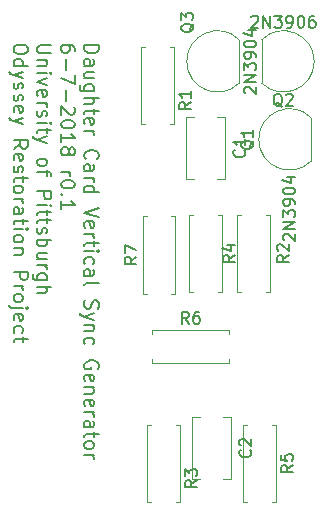
<source format=gbr>
G04 #@! TF.GenerationSoftware,KiCad,Pcbnew,(2017-12-21 revision 23d71cfa9)-makepkg*
G04 #@! TF.CreationDate,2018-06-24T12:36:33-04:00*
G04 #@! TF.ProjectId,OdysseyDaughterCardVertSyncGenerator,4F647973736579446175676874657243,0.1*
G04 #@! TF.SameCoordinates,Original*
G04 #@! TF.FileFunction,Legend,Top*
G04 #@! TF.FilePolarity,Positive*
%FSLAX46Y46*%
G04 Gerber Fmt 4.6, Leading zero omitted, Abs format (unit mm)*
G04 Created by KiCad (PCBNEW (2017-12-21 revision 23d71cfa9)-makepkg) date 06/24/18 12:36:33*
%MOMM*%
%LPD*%
G01*
G04 APERTURE LIST*
%ADD10C,0.200000*%
%ADD11C,0.120000*%
%ADD12C,0.150000*%
G04 APERTURE END LIST*
D10*
X131489142Y-80679714D02*
X132689142Y-80679714D01*
X132689142Y-80965428D01*
X132632000Y-81136857D01*
X132517714Y-81251142D01*
X132403428Y-81308285D01*
X132174857Y-81365428D01*
X132003428Y-81365428D01*
X131774857Y-81308285D01*
X131660571Y-81251142D01*
X131546285Y-81136857D01*
X131489142Y-80965428D01*
X131489142Y-80679714D01*
X131489142Y-82394000D02*
X132117714Y-82394000D01*
X132232000Y-82336857D01*
X132289142Y-82222571D01*
X132289142Y-81994000D01*
X132232000Y-81879714D01*
X131546285Y-82394000D02*
X131489142Y-82279714D01*
X131489142Y-81994000D01*
X131546285Y-81879714D01*
X131660571Y-81822571D01*
X131774857Y-81822571D01*
X131889142Y-81879714D01*
X131946285Y-81994000D01*
X131946285Y-82279714D01*
X132003428Y-82394000D01*
X132289142Y-83479714D02*
X131489142Y-83479714D01*
X132289142Y-82965428D02*
X131660571Y-82965428D01*
X131546285Y-83022571D01*
X131489142Y-83136857D01*
X131489142Y-83308285D01*
X131546285Y-83422571D01*
X131603428Y-83479714D01*
X132289142Y-84565428D02*
X131317714Y-84565428D01*
X131203428Y-84508285D01*
X131146285Y-84451142D01*
X131089142Y-84336857D01*
X131089142Y-84165428D01*
X131146285Y-84051142D01*
X131546285Y-84565428D02*
X131489142Y-84451142D01*
X131489142Y-84222571D01*
X131546285Y-84108285D01*
X131603428Y-84051142D01*
X131717714Y-83994000D01*
X132060571Y-83994000D01*
X132174857Y-84051142D01*
X132232000Y-84108285D01*
X132289142Y-84222571D01*
X132289142Y-84451142D01*
X132232000Y-84565428D01*
X131489142Y-85136857D02*
X132689142Y-85136857D01*
X131489142Y-85651142D02*
X132117714Y-85651142D01*
X132232000Y-85594000D01*
X132289142Y-85479714D01*
X132289142Y-85308285D01*
X132232000Y-85194000D01*
X132174857Y-85136857D01*
X132289142Y-86051142D02*
X132289142Y-86508285D01*
X132689142Y-86222571D02*
X131660571Y-86222571D01*
X131546285Y-86279714D01*
X131489142Y-86394000D01*
X131489142Y-86508285D01*
X131546285Y-87365428D02*
X131489142Y-87251142D01*
X131489142Y-87022571D01*
X131546285Y-86908285D01*
X131660571Y-86851142D01*
X132117714Y-86851142D01*
X132232000Y-86908285D01*
X132289142Y-87022571D01*
X132289142Y-87251142D01*
X132232000Y-87365428D01*
X132117714Y-87422571D01*
X132003428Y-87422571D01*
X131889142Y-86851142D01*
X131489142Y-87936857D02*
X132289142Y-87936857D01*
X132060571Y-87936857D02*
X132174857Y-87994000D01*
X132232000Y-88051142D01*
X132289142Y-88165428D01*
X132289142Y-88279714D01*
X131603428Y-90279714D02*
X131546285Y-90222571D01*
X131489142Y-90051142D01*
X131489142Y-89936857D01*
X131546285Y-89765428D01*
X131660571Y-89651142D01*
X131774857Y-89594000D01*
X132003428Y-89536857D01*
X132174857Y-89536857D01*
X132403428Y-89594000D01*
X132517714Y-89651142D01*
X132632000Y-89765428D01*
X132689142Y-89936857D01*
X132689142Y-90051142D01*
X132632000Y-90222571D01*
X132574857Y-90279714D01*
X131489142Y-91308285D02*
X132117714Y-91308285D01*
X132232000Y-91251142D01*
X132289142Y-91136857D01*
X132289142Y-90908285D01*
X132232000Y-90794000D01*
X131546285Y-91308285D02*
X131489142Y-91194000D01*
X131489142Y-90908285D01*
X131546285Y-90794000D01*
X131660571Y-90736857D01*
X131774857Y-90736857D01*
X131889142Y-90794000D01*
X131946285Y-90908285D01*
X131946285Y-91194000D01*
X132003428Y-91308285D01*
X131489142Y-91879714D02*
X132289142Y-91879714D01*
X132060571Y-91879714D02*
X132174857Y-91936857D01*
X132232000Y-91994000D01*
X132289142Y-92108285D01*
X132289142Y-92222571D01*
X131489142Y-93136857D02*
X132689142Y-93136857D01*
X131546285Y-93136857D02*
X131489142Y-93022571D01*
X131489142Y-92794000D01*
X131546285Y-92679714D01*
X131603428Y-92622571D01*
X131717714Y-92565428D01*
X132060571Y-92565428D01*
X132174857Y-92622571D01*
X132232000Y-92679714D01*
X132289142Y-92794000D01*
X132289142Y-93022571D01*
X132232000Y-93136857D01*
X132689142Y-94451142D02*
X131489142Y-94851142D01*
X132689142Y-95251142D01*
X131546285Y-96108285D02*
X131489142Y-95994000D01*
X131489142Y-95765428D01*
X131546285Y-95651142D01*
X131660571Y-95594000D01*
X132117714Y-95594000D01*
X132232000Y-95651142D01*
X132289142Y-95765428D01*
X132289142Y-95994000D01*
X132232000Y-96108285D01*
X132117714Y-96165428D01*
X132003428Y-96165428D01*
X131889142Y-95594000D01*
X131489142Y-96679714D02*
X132289142Y-96679714D01*
X132060571Y-96679714D02*
X132174857Y-96736857D01*
X132232000Y-96794000D01*
X132289142Y-96908285D01*
X132289142Y-97022571D01*
X132289142Y-97251142D02*
X132289142Y-97708285D01*
X132689142Y-97422571D02*
X131660571Y-97422571D01*
X131546285Y-97479714D01*
X131489142Y-97594000D01*
X131489142Y-97708285D01*
X131489142Y-98108285D02*
X132289142Y-98108285D01*
X132689142Y-98108285D02*
X132632000Y-98051142D01*
X132574857Y-98108285D01*
X132632000Y-98165428D01*
X132689142Y-98108285D01*
X132574857Y-98108285D01*
X131546285Y-99194000D02*
X131489142Y-99079714D01*
X131489142Y-98851142D01*
X131546285Y-98736857D01*
X131603428Y-98679714D01*
X131717714Y-98622571D01*
X132060571Y-98622571D01*
X132174857Y-98679714D01*
X132232000Y-98736857D01*
X132289142Y-98851142D01*
X132289142Y-99079714D01*
X132232000Y-99194000D01*
X131489142Y-100222571D02*
X132117714Y-100222571D01*
X132232000Y-100165428D01*
X132289142Y-100051142D01*
X132289142Y-99822571D01*
X132232000Y-99708285D01*
X131546285Y-100222571D02*
X131489142Y-100108285D01*
X131489142Y-99822571D01*
X131546285Y-99708285D01*
X131660571Y-99651142D01*
X131774857Y-99651142D01*
X131889142Y-99708285D01*
X131946285Y-99822571D01*
X131946285Y-100108285D01*
X132003428Y-100222571D01*
X131489142Y-100965428D02*
X131546285Y-100851142D01*
X131660571Y-100794000D01*
X132689142Y-100794000D01*
X131546285Y-102279714D02*
X131489142Y-102451142D01*
X131489142Y-102736857D01*
X131546285Y-102851142D01*
X131603428Y-102908285D01*
X131717714Y-102965428D01*
X131832000Y-102965428D01*
X131946285Y-102908285D01*
X132003428Y-102851142D01*
X132060571Y-102736857D01*
X132117714Y-102508285D01*
X132174857Y-102394000D01*
X132232000Y-102336857D01*
X132346285Y-102279714D01*
X132460571Y-102279714D01*
X132574857Y-102336857D01*
X132632000Y-102394000D01*
X132689142Y-102508285D01*
X132689142Y-102794000D01*
X132632000Y-102965428D01*
X132289142Y-103365428D02*
X131489142Y-103651142D01*
X132289142Y-103936857D02*
X131489142Y-103651142D01*
X131203428Y-103536857D01*
X131146285Y-103479714D01*
X131089142Y-103365428D01*
X132289142Y-104394000D02*
X131489142Y-104394000D01*
X132174857Y-104394000D02*
X132232000Y-104451142D01*
X132289142Y-104565428D01*
X132289142Y-104736857D01*
X132232000Y-104851142D01*
X132117714Y-104908285D01*
X131489142Y-104908285D01*
X131546285Y-105994000D02*
X131489142Y-105879714D01*
X131489142Y-105651142D01*
X131546285Y-105536857D01*
X131603428Y-105479714D01*
X131717714Y-105422571D01*
X132060571Y-105422571D01*
X132174857Y-105479714D01*
X132232000Y-105536857D01*
X132289142Y-105651142D01*
X132289142Y-105879714D01*
X132232000Y-105994000D01*
X132632000Y-108051142D02*
X132689142Y-107936857D01*
X132689142Y-107765428D01*
X132632000Y-107594000D01*
X132517714Y-107479714D01*
X132403428Y-107422571D01*
X132174857Y-107365428D01*
X132003428Y-107365428D01*
X131774857Y-107422571D01*
X131660571Y-107479714D01*
X131546285Y-107594000D01*
X131489142Y-107765428D01*
X131489142Y-107879714D01*
X131546285Y-108051142D01*
X131603428Y-108108285D01*
X132003428Y-108108285D01*
X132003428Y-107879714D01*
X131546285Y-109079714D02*
X131489142Y-108965428D01*
X131489142Y-108736857D01*
X131546285Y-108622571D01*
X131660571Y-108565428D01*
X132117714Y-108565428D01*
X132232000Y-108622571D01*
X132289142Y-108736857D01*
X132289142Y-108965428D01*
X132232000Y-109079714D01*
X132117714Y-109136857D01*
X132003428Y-109136857D01*
X131889142Y-108565428D01*
X132289142Y-109651142D02*
X131489142Y-109651142D01*
X132174857Y-109651142D02*
X132232000Y-109708285D01*
X132289142Y-109822571D01*
X132289142Y-109994000D01*
X132232000Y-110108285D01*
X132117714Y-110165428D01*
X131489142Y-110165428D01*
X131546285Y-111194000D02*
X131489142Y-111079714D01*
X131489142Y-110851142D01*
X131546285Y-110736857D01*
X131660571Y-110679714D01*
X132117714Y-110679714D01*
X132232000Y-110736857D01*
X132289142Y-110851142D01*
X132289142Y-111079714D01*
X132232000Y-111194000D01*
X132117714Y-111251142D01*
X132003428Y-111251142D01*
X131889142Y-110679714D01*
X131489142Y-111765428D02*
X132289142Y-111765428D01*
X132060571Y-111765428D02*
X132174857Y-111822571D01*
X132232000Y-111879714D01*
X132289142Y-111994000D01*
X132289142Y-112108285D01*
X131489142Y-113022571D02*
X132117714Y-113022571D01*
X132232000Y-112965428D01*
X132289142Y-112851142D01*
X132289142Y-112622571D01*
X132232000Y-112508285D01*
X131546285Y-113022571D02*
X131489142Y-112908285D01*
X131489142Y-112622571D01*
X131546285Y-112508285D01*
X131660571Y-112451142D01*
X131774857Y-112451142D01*
X131889142Y-112508285D01*
X131946285Y-112622571D01*
X131946285Y-112908285D01*
X132003428Y-113022571D01*
X132289142Y-113422571D02*
X132289142Y-113879714D01*
X132689142Y-113594000D02*
X131660571Y-113594000D01*
X131546285Y-113651142D01*
X131489142Y-113765428D01*
X131489142Y-113879714D01*
X131489142Y-114451142D02*
X131546285Y-114336857D01*
X131603428Y-114279714D01*
X131717714Y-114222571D01*
X132060571Y-114222571D01*
X132174857Y-114279714D01*
X132232000Y-114336857D01*
X132289142Y-114451142D01*
X132289142Y-114622571D01*
X132232000Y-114736857D01*
X132174857Y-114794000D01*
X132060571Y-114851142D01*
X131717714Y-114851142D01*
X131603428Y-114794000D01*
X131546285Y-114736857D01*
X131489142Y-114622571D01*
X131489142Y-114451142D01*
X131489142Y-115365428D02*
X132289142Y-115365428D01*
X132060571Y-115365428D02*
X132174857Y-115422571D01*
X132232000Y-115479714D01*
X132289142Y-115594000D01*
X132289142Y-115708285D01*
X130689142Y-81194000D02*
X130689142Y-80965428D01*
X130632000Y-80851142D01*
X130574857Y-80794000D01*
X130403428Y-80679714D01*
X130174857Y-80622571D01*
X129717714Y-80622571D01*
X129603428Y-80679714D01*
X129546285Y-80736857D01*
X129489142Y-80851142D01*
X129489142Y-81079714D01*
X129546285Y-81194000D01*
X129603428Y-81251142D01*
X129717714Y-81308285D01*
X130003428Y-81308285D01*
X130117714Y-81251142D01*
X130174857Y-81194000D01*
X130232000Y-81079714D01*
X130232000Y-80851142D01*
X130174857Y-80736857D01*
X130117714Y-80679714D01*
X130003428Y-80622571D01*
X129946285Y-81822571D02*
X129946285Y-82736857D01*
X130689142Y-83194000D02*
X130689142Y-83994000D01*
X129489142Y-83479714D01*
X129946285Y-84451142D02*
X129946285Y-85365428D01*
X130574857Y-85879714D02*
X130632000Y-85936857D01*
X130689142Y-86051142D01*
X130689142Y-86336857D01*
X130632000Y-86451142D01*
X130574857Y-86508285D01*
X130460571Y-86565428D01*
X130346285Y-86565428D01*
X130174857Y-86508285D01*
X129489142Y-85822571D01*
X129489142Y-86565428D01*
X130689142Y-87308285D02*
X130689142Y-87422571D01*
X130632000Y-87536857D01*
X130574857Y-87594000D01*
X130460571Y-87651142D01*
X130232000Y-87708285D01*
X129946285Y-87708285D01*
X129717714Y-87651142D01*
X129603428Y-87594000D01*
X129546285Y-87536857D01*
X129489142Y-87422571D01*
X129489142Y-87308285D01*
X129546285Y-87194000D01*
X129603428Y-87136857D01*
X129717714Y-87079714D01*
X129946285Y-87022571D01*
X130232000Y-87022571D01*
X130460571Y-87079714D01*
X130574857Y-87136857D01*
X130632000Y-87194000D01*
X130689142Y-87308285D01*
X129489142Y-88851142D02*
X129489142Y-88165428D01*
X129489142Y-88508285D02*
X130689142Y-88508285D01*
X130517714Y-88394000D01*
X130403428Y-88279714D01*
X130346285Y-88165428D01*
X130174857Y-89536857D02*
X130232000Y-89422571D01*
X130289142Y-89365428D01*
X130403428Y-89308285D01*
X130460571Y-89308285D01*
X130574857Y-89365428D01*
X130632000Y-89422571D01*
X130689142Y-89536857D01*
X130689142Y-89765428D01*
X130632000Y-89879714D01*
X130574857Y-89936857D01*
X130460571Y-89994000D01*
X130403428Y-89994000D01*
X130289142Y-89936857D01*
X130232000Y-89879714D01*
X130174857Y-89765428D01*
X130174857Y-89536857D01*
X130117714Y-89422571D01*
X130060571Y-89365428D01*
X129946285Y-89308285D01*
X129717714Y-89308285D01*
X129603428Y-89365428D01*
X129546285Y-89422571D01*
X129489142Y-89536857D01*
X129489142Y-89765428D01*
X129546285Y-89879714D01*
X129603428Y-89936857D01*
X129717714Y-89994000D01*
X129946285Y-89994000D01*
X130060571Y-89936857D01*
X130117714Y-89879714D01*
X130174857Y-89765428D01*
X129489142Y-91422571D02*
X130289142Y-91422571D01*
X130060571Y-91422571D02*
X130174857Y-91479714D01*
X130232000Y-91536857D01*
X130289142Y-91651142D01*
X130289142Y-91765428D01*
X130689142Y-92394000D02*
X130689142Y-92508285D01*
X130632000Y-92622571D01*
X130574857Y-92679714D01*
X130460571Y-92736857D01*
X130232000Y-92794000D01*
X129946285Y-92794000D01*
X129717714Y-92736857D01*
X129603428Y-92679714D01*
X129546285Y-92622571D01*
X129489142Y-92508285D01*
X129489142Y-92394000D01*
X129546285Y-92279714D01*
X129603428Y-92222571D01*
X129717714Y-92165428D01*
X129946285Y-92108285D01*
X130232000Y-92108285D01*
X130460571Y-92165428D01*
X130574857Y-92222571D01*
X130632000Y-92279714D01*
X130689142Y-92394000D01*
X129603428Y-93308285D02*
X129546285Y-93365428D01*
X129489142Y-93308285D01*
X129546285Y-93251142D01*
X129603428Y-93308285D01*
X129489142Y-93308285D01*
X129489142Y-94508285D02*
X129489142Y-93822571D01*
X129489142Y-94165428D02*
X130689142Y-94165428D01*
X130517714Y-94051142D01*
X130403428Y-93936857D01*
X130346285Y-93822571D01*
X128689142Y-80679714D02*
X127717714Y-80679714D01*
X127603428Y-80736857D01*
X127546285Y-80794000D01*
X127489142Y-80908285D01*
X127489142Y-81136857D01*
X127546285Y-81251142D01*
X127603428Y-81308285D01*
X127717714Y-81365428D01*
X128689142Y-81365428D01*
X128289142Y-81936857D02*
X127489142Y-81936857D01*
X128174857Y-81936857D02*
X128232000Y-81994000D01*
X128289142Y-82108285D01*
X128289142Y-82279714D01*
X128232000Y-82394000D01*
X128117714Y-82451142D01*
X127489142Y-82451142D01*
X127489142Y-83022571D02*
X128289142Y-83022571D01*
X128689142Y-83022571D02*
X128632000Y-82965428D01*
X128574857Y-83022571D01*
X128632000Y-83079714D01*
X128689142Y-83022571D01*
X128574857Y-83022571D01*
X128289142Y-83479714D02*
X127489142Y-83765428D01*
X128289142Y-84051142D01*
X127546285Y-84965428D02*
X127489142Y-84851142D01*
X127489142Y-84622571D01*
X127546285Y-84508285D01*
X127660571Y-84451142D01*
X128117714Y-84451142D01*
X128232000Y-84508285D01*
X128289142Y-84622571D01*
X128289142Y-84851142D01*
X128232000Y-84965428D01*
X128117714Y-85022571D01*
X128003428Y-85022571D01*
X127889142Y-84451142D01*
X127489142Y-85536857D02*
X128289142Y-85536857D01*
X128060571Y-85536857D02*
X128174857Y-85594000D01*
X128232000Y-85651142D01*
X128289142Y-85765428D01*
X128289142Y-85879714D01*
X127546285Y-86222571D02*
X127489142Y-86336857D01*
X127489142Y-86565428D01*
X127546285Y-86679714D01*
X127660571Y-86736857D01*
X127717714Y-86736857D01*
X127832000Y-86679714D01*
X127889142Y-86565428D01*
X127889142Y-86394000D01*
X127946285Y-86279714D01*
X128060571Y-86222571D01*
X128117714Y-86222571D01*
X128232000Y-86279714D01*
X128289142Y-86394000D01*
X128289142Y-86565428D01*
X128232000Y-86679714D01*
X127489142Y-87251142D02*
X128289142Y-87251142D01*
X128689142Y-87251142D02*
X128632000Y-87194000D01*
X128574857Y-87251142D01*
X128632000Y-87308285D01*
X128689142Y-87251142D01*
X128574857Y-87251142D01*
X128289142Y-87651142D02*
X128289142Y-88108285D01*
X128689142Y-87822571D02*
X127660571Y-87822571D01*
X127546285Y-87879714D01*
X127489142Y-87994000D01*
X127489142Y-88108285D01*
X128289142Y-88394000D02*
X127489142Y-88679714D01*
X128289142Y-88965428D02*
X127489142Y-88679714D01*
X127203428Y-88565428D01*
X127146285Y-88508285D01*
X127089142Y-88394000D01*
X127489142Y-90508285D02*
X127546285Y-90394000D01*
X127603428Y-90336857D01*
X127717714Y-90279714D01*
X128060571Y-90279714D01*
X128174857Y-90336857D01*
X128232000Y-90394000D01*
X128289142Y-90508285D01*
X128289142Y-90679714D01*
X128232000Y-90794000D01*
X128174857Y-90851142D01*
X128060571Y-90908285D01*
X127717714Y-90908285D01*
X127603428Y-90851142D01*
X127546285Y-90794000D01*
X127489142Y-90679714D01*
X127489142Y-90508285D01*
X128289142Y-91251142D02*
X128289142Y-91708285D01*
X127489142Y-91422571D02*
X128517714Y-91422571D01*
X128632000Y-91479714D01*
X128689142Y-91594000D01*
X128689142Y-91708285D01*
X127489142Y-93022571D02*
X128689142Y-93022571D01*
X128689142Y-93479714D01*
X128632000Y-93594000D01*
X128574857Y-93651142D01*
X128460571Y-93708285D01*
X128289142Y-93708285D01*
X128174857Y-93651142D01*
X128117714Y-93594000D01*
X128060571Y-93479714D01*
X128060571Y-93022571D01*
X127489142Y-94222571D02*
X128289142Y-94222571D01*
X128689142Y-94222571D02*
X128632000Y-94165428D01*
X128574857Y-94222571D01*
X128632000Y-94279714D01*
X128689142Y-94222571D01*
X128574857Y-94222571D01*
X128289142Y-94622571D02*
X128289142Y-95079714D01*
X128689142Y-94794000D02*
X127660571Y-94794000D01*
X127546285Y-94851142D01*
X127489142Y-94965428D01*
X127489142Y-95079714D01*
X128289142Y-95308285D02*
X128289142Y-95765428D01*
X128689142Y-95479714D02*
X127660571Y-95479714D01*
X127546285Y-95536857D01*
X127489142Y-95651142D01*
X127489142Y-95765428D01*
X127546285Y-96108285D02*
X127489142Y-96222571D01*
X127489142Y-96451142D01*
X127546285Y-96565428D01*
X127660571Y-96622571D01*
X127717714Y-96622571D01*
X127832000Y-96565428D01*
X127889142Y-96451142D01*
X127889142Y-96279714D01*
X127946285Y-96165428D01*
X128060571Y-96108285D01*
X128117714Y-96108285D01*
X128232000Y-96165428D01*
X128289142Y-96279714D01*
X128289142Y-96451142D01*
X128232000Y-96565428D01*
X127489142Y-97136857D02*
X128689142Y-97136857D01*
X128232000Y-97136857D02*
X128289142Y-97251142D01*
X128289142Y-97479714D01*
X128232000Y-97594000D01*
X128174857Y-97651142D01*
X128060571Y-97708285D01*
X127717714Y-97708285D01*
X127603428Y-97651142D01*
X127546285Y-97594000D01*
X127489142Y-97479714D01*
X127489142Y-97251142D01*
X127546285Y-97136857D01*
X128289142Y-98736857D02*
X127489142Y-98736857D01*
X128289142Y-98222571D02*
X127660571Y-98222571D01*
X127546285Y-98279714D01*
X127489142Y-98394000D01*
X127489142Y-98565428D01*
X127546285Y-98679714D01*
X127603428Y-98736857D01*
X127489142Y-99308285D02*
X128289142Y-99308285D01*
X128060571Y-99308285D02*
X128174857Y-99365428D01*
X128232000Y-99422571D01*
X128289142Y-99536857D01*
X128289142Y-99651142D01*
X128289142Y-100565428D02*
X127317714Y-100565428D01*
X127203428Y-100508285D01*
X127146285Y-100451142D01*
X127089142Y-100336857D01*
X127089142Y-100165428D01*
X127146285Y-100051142D01*
X127546285Y-100565428D02*
X127489142Y-100451142D01*
X127489142Y-100222571D01*
X127546285Y-100108285D01*
X127603428Y-100051142D01*
X127717714Y-99994000D01*
X128060571Y-99994000D01*
X128174857Y-100051142D01*
X128232000Y-100108285D01*
X128289142Y-100222571D01*
X128289142Y-100451142D01*
X128232000Y-100565428D01*
X127489142Y-101136857D02*
X128689142Y-101136857D01*
X127489142Y-101651142D02*
X128117714Y-101651142D01*
X128232000Y-101594000D01*
X128289142Y-101479714D01*
X128289142Y-101308285D01*
X128232000Y-101194000D01*
X128174857Y-101136857D01*
X126689142Y-80908285D02*
X126689142Y-81136857D01*
X126632000Y-81251142D01*
X126517714Y-81365428D01*
X126289142Y-81422571D01*
X125889142Y-81422571D01*
X125660571Y-81365428D01*
X125546285Y-81251142D01*
X125489142Y-81136857D01*
X125489142Y-80908285D01*
X125546285Y-80794000D01*
X125660571Y-80679714D01*
X125889142Y-80622571D01*
X126289142Y-80622571D01*
X126517714Y-80679714D01*
X126632000Y-80794000D01*
X126689142Y-80908285D01*
X125489142Y-82451142D02*
X126689142Y-82451142D01*
X125546285Y-82451142D02*
X125489142Y-82336857D01*
X125489142Y-82108285D01*
X125546285Y-81994000D01*
X125603428Y-81936857D01*
X125717714Y-81879714D01*
X126060571Y-81879714D01*
X126174857Y-81936857D01*
X126232000Y-81994000D01*
X126289142Y-82108285D01*
X126289142Y-82336857D01*
X126232000Y-82451142D01*
X126289142Y-82908285D02*
X125489142Y-83194000D01*
X126289142Y-83479714D02*
X125489142Y-83194000D01*
X125203428Y-83079714D01*
X125146285Y-83022571D01*
X125089142Y-82908285D01*
X125546285Y-83879714D02*
X125489142Y-83994000D01*
X125489142Y-84222571D01*
X125546285Y-84336857D01*
X125660571Y-84394000D01*
X125717714Y-84394000D01*
X125832000Y-84336857D01*
X125889142Y-84222571D01*
X125889142Y-84051142D01*
X125946285Y-83936857D01*
X126060571Y-83879714D01*
X126117714Y-83879714D01*
X126232000Y-83936857D01*
X126289142Y-84051142D01*
X126289142Y-84222571D01*
X126232000Y-84336857D01*
X125546285Y-84851142D02*
X125489142Y-84965428D01*
X125489142Y-85194000D01*
X125546285Y-85308285D01*
X125660571Y-85365428D01*
X125717714Y-85365428D01*
X125832000Y-85308285D01*
X125889142Y-85194000D01*
X125889142Y-85022571D01*
X125946285Y-84908285D01*
X126060571Y-84851142D01*
X126117714Y-84851142D01*
X126232000Y-84908285D01*
X126289142Y-85022571D01*
X126289142Y-85194000D01*
X126232000Y-85308285D01*
X125546285Y-86336857D02*
X125489142Y-86222571D01*
X125489142Y-85994000D01*
X125546285Y-85879714D01*
X125660571Y-85822571D01*
X126117714Y-85822571D01*
X126232000Y-85879714D01*
X126289142Y-85994000D01*
X126289142Y-86222571D01*
X126232000Y-86336857D01*
X126117714Y-86394000D01*
X126003428Y-86394000D01*
X125889142Y-85822571D01*
X126289142Y-86794000D02*
X125489142Y-87079714D01*
X126289142Y-87365428D02*
X125489142Y-87079714D01*
X125203428Y-86965428D01*
X125146285Y-86908285D01*
X125089142Y-86794000D01*
X125489142Y-89422571D02*
X126060571Y-89022571D01*
X125489142Y-88736857D02*
X126689142Y-88736857D01*
X126689142Y-89194000D01*
X126632000Y-89308285D01*
X126574857Y-89365428D01*
X126460571Y-89422571D01*
X126289142Y-89422571D01*
X126174857Y-89365428D01*
X126117714Y-89308285D01*
X126060571Y-89194000D01*
X126060571Y-88736857D01*
X125546285Y-90394000D02*
X125489142Y-90279714D01*
X125489142Y-90051142D01*
X125546285Y-89936857D01*
X125660571Y-89879714D01*
X126117714Y-89879714D01*
X126232000Y-89936857D01*
X126289142Y-90051142D01*
X126289142Y-90279714D01*
X126232000Y-90394000D01*
X126117714Y-90451142D01*
X126003428Y-90451142D01*
X125889142Y-89879714D01*
X125546285Y-90908285D02*
X125489142Y-91022571D01*
X125489142Y-91251142D01*
X125546285Y-91365428D01*
X125660571Y-91422571D01*
X125717714Y-91422571D01*
X125832000Y-91365428D01*
X125889142Y-91251142D01*
X125889142Y-91079714D01*
X125946285Y-90965428D01*
X126060571Y-90908285D01*
X126117714Y-90908285D01*
X126232000Y-90965428D01*
X126289142Y-91079714D01*
X126289142Y-91251142D01*
X126232000Y-91365428D01*
X126289142Y-91765428D02*
X126289142Y-92222571D01*
X126689142Y-91936857D02*
X125660571Y-91936857D01*
X125546285Y-91994000D01*
X125489142Y-92108285D01*
X125489142Y-92222571D01*
X125489142Y-92794000D02*
X125546285Y-92679714D01*
X125603428Y-92622571D01*
X125717714Y-92565428D01*
X126060571Y-92565428D01*
X126174857Y-92622571D01*
X126232000Y-92679714D01*
X126289142Y-92794000D01*
X126289142Y-92965428D01*
X126232000Y-93079714D01*
X126174857Y-93136857D01*
X126060571Y-93194000D01*
X125717714Y-93194000D01*
X125603428Y-93136857D01*
X125546285Y-93079714D01*
X125489142Y-92965428D01*
X125489142Y-92794000D01*
X125489142Y-93708285D02*
X126289142Y-93708285D01*
X126060571Y-93708285D02*
X126174857Y-93765428D01*
X126232000Y-93822571D01*
X126289142Y-93936857D01*
X126289142Y-94051142D01*
X125489142Y-94965428D02*
X126117714Y-94965428D01*
X126232000Y-94908285D01*
X126289142Y-94794000D01*
X126289142Y-94565428D01*
X126232000Y-94451142D01*
X125546285Y-94965428D02*
X125489142Y-94851142D01*
X125489142Y-94565428D01*
X125546285Y-94451142D01*
X125660571Y-94394000D01*
X125774857Y-94394000D01*
X125889142Y-94451142D01*
X125946285Y-94565428D01*
X125946285Y-94851142D01*
X126003428Y-94965428D01*
X126289142Y-95365428D02*
X126289142Y-95822571D01*
X126689142Y-95536857D02*
X125660571Y-95536857D01*
X125546285Y-95594000D01*
X125489142Y-95708285D01*
X125489142Y-95822571D01*
X125489142Y-96222571D02*
X126289142Y-96222571D01*
X126689142Y-96222571D02*
X126632000Y-96165428D01*
X126574857Y-96222571D01*
X126632000Y-96279714D01*
X126689142Y-96222571D01*
X126574857Y-96222571D01*
X125489142Y-96965428D02*
X125546285Y-96851142D01*
X125603428Y-96794000D01*
X125717714Y-96736857D01*
X126060571Y-96736857D01*
X126174857Y-96794000D01*
X126232000Y-96851142D01*
X126289142Y-96965428D01*
X126289142Y-97136857D01*
X126232000Y-97251142D01*
X126174857Y-97308285D01*
X126060571Y-97365428D01*
X125717714Y-97365428D01*
X125603428Y-97308285D01*
X125546285Y-97251142D01*
X125489142Y-97136857D01*
X125489142Y-96965428D01*
X126289142Y-97879714D02*
X125489142Y-97879714D01*
X126174857Y-97879714D02*
X126232000Y-97936857D01*
X126289142Y-98051142D01*
X126289142Y-98222571D01*
X126232000Y-98336857D01*
X126117714Y-98394000D01*
X125489142Y-98394000D01*
X125489142Y-99879714D02*
X126689142Y-99879714D01*
X126689142Y-100336857D01*
X126632000Y-100451142D01*
X126574857Y-100508285D01*
X126460571Y-100565428D01*
X126289142Y-100565428D01*
X126174857Y-100508285D01*
X126117714Y-100451142D01*
X126060571Y-100336857D01*
X126060571Y-99879714D01*
X125489142Y-101079714D02*
X126289142Y-101079714D01*
X126060571Y-101079714D02*
X126174857Y-101136857D01*
X126232000Y-101194000D01*
X126289142Y-101308285D01*
X126289142Y-101422571D01*
X125489142Y-101994000D02*
X125546285Y-101879714D01*
X125603428Y-101822571D01*
X125717714Y-101765428D01*
X126060571Y-101765428D01*
X126174857Y-101822571D01*
X126232000Y-101879714D01*
X126289142Y-101994000D01*
X126289142Y-102165428D01*
X126232000Y-102279714D01*
X126174857Y-102336857D01*
X126060571Y-102394000D01*
X125717714Y-102394000D01*
X125603428Y-102336857D01*
X125546285Y-102279714D01*
X125489142Y-102165428D01*
X125489142Y-101994000D01*
X126289142Y-102908285D02*
X125260571Y-102908285D01*
X125146285Y-102851142D01*
X125089142Y-102736857D01*
X125089142Y-102679714D01*
X126689142Y-102908285D02*
X126632000Y-102851142D01*
X126574857Y-102908285D01*
X126632000Y-102965428D01*
X126689142Y-102908285D01*
X126574857Y-102908285D01*
X125546285Y-103936857D02*
X125489142Y-103822571D01*
X125489142Y-103594000D01*
X125546285Y-103479714D01*
X125660571Y-103422571D01*
X126117714Y-103422571D01*
X126232000Y-103479714D01*
X126289142Y-103594000D01*
X126289142Y-103822571D01*
X126232000Y-103936857D01*
X126117714Y-103994000D01*
X126003428Y-103994000D01*
X125889142Y-103422571D01*
X125546285Y-105022571D02*
X125489142Y-104908285D01*
X125489142Y-104679714D01*
X125546285Y-104565428D01*
X125603428Y-104508285D01*
X125717714Y-104451142D01*
X126060571Y-104451142D01*
X126174857Y-104508285D01*
X126232000Y-104565428D01*
X126289142Y-104679714D01*
X126289142Y-104908285D01*
X126232000Y-105022571D01*
X126289142Y-105365428D02*
X126289142Y-105822571D01*
X126689142Y-105536857D02*
X125660571Y-105536857D01*
X125546285Y-105594000D01*
X125489142Y-105708285D01*
X125489142Y-105822571D01*
D11*
X150694000Y-90446000D02*
X150694000Y-86846000D01*
X150682478Y-90484478D02*
G75*
G02X146244000Y-88646000I-1838478J1838478D01*
G01*
X150682478Y-86807522D02*
G75*
G03X146244000Y-88646000I-1838478J-1838478D01*
G01*
X146486000Y-80242000D02*
X146486000Y-83842000D01*
X146497522Y-80203522D02*
G75*
G02X150936000Y-82042000I1838478J-1838478D01*
G01*
X146497522Y-83880478D02*
G75*
G03X150936000Y-82042000I1838478J1838478D01*
G01*
X144586478Y-80203522D02*
G75*
G03X140148000Y-82042000I-1838478J-1838478D01*
G01*
X144586478Y-83880478D02*
G75*
G02X140148000Y-82042000I-1838478J1838478D01*
G01*
X144598000Y-83842000D02*
X144598000Y-80242000D01*
X138708000Y-80804000D02*
X139038000Y-80804000D01*
X139038000Y-80804000D02*
X139038000Y-87344000D01*
X139038000Y-87344000D02*
X138708000Y-87344000D01*
X136628000Y-80804000D02*
X136298000Y-80804000D01*
X136298000Y-80804000D02*
X136298000Y-87344000D01*
X136298000Y-87344000D02*
X136628000Y-87344000D01*
X142772000Y-95028000D02*
X143102000Y-95028000D01*
X143102000Y-95028000D02*
X143102000Y-101568000D01*
X143102000Y-101568000D02*
X142772000Y-101568000D01*
X140692000Y-95028000D02*
X140362000Y-95028000D01*
X140362000Y-95028000D02*
X140362000Y-101568000D01*
X140362000Y-101568000D02*
X140692000Y-101568000D01*
X136806000Y-119348000D02*
X137136000Y-119348000D01*
X136806000Y-112808000D02*
X136806000Y-119348000D01*
X137136000Y-112808000D02*
X136806000Y-112808000D01*
X139546000Y-119348000D02*
X139216000Y-119348000D01*
X139546000Y-112808000D02*
X139546000Y-119348000D01*
X139216000Y-112808000D02*
X139546000Y-112808000D01*
X147166000Y-95028000D02*
X146836000Y-95028000D01*
X147166000Y-101568000D02*
X147166000Y-95028000D01*
X146836000Y-101568000D02*
X147166000Y-101568000D01*
X144426000Y-95028000D02*
X144756000Y-95028000D01*
X144426000Y-101568000D02*
X144426000Y-95028000D01*
X144756000Y-101568000D02*
X144426000Y-101568000D01*
X147344000Y-112808000D02*
X147674000Y-112808000D01*
X147674000Y-112808000D02*
X147674000Y-119348000D01*
X147674000Y-119348000D02*
X147344000Y-119348000D01*
X145264000Y-112808000D02*
X144934000Y-112808000D01*
X144934000Y-112808000D02*
X144934000Y-119348000D01*
X144934000Y-119348000D02*
X145264000Y-119348000D01*
X137192000Y-105132000D02*
X137192000Y-104802000D01*
X137192000Y-104802000D02*
X143732000Y-104802000D01*
X143732000Y-104802000D02*
X143732000Y-105132000D01*
X137192000Y-107212000D02*
X137192000Y-107542000D01*
X137192000Y-107542000D02*
X143732000Y-107542000D01*
X143732000Y-107542000D02*
X143732000Y-107212000D01*
X139165000Y-95155000D02*
X138835000Y-95155000D01*
X139165000Y-101695000D02*
X139165000Y-95155000D01*
X138835000Y-101695000D02*
X139165000Y-101695000D01*
X136425000Y-95155000D02*
X136755000Y-95155000D01*
X136425000Y-101695000D02*
X136425000Y-95155000D01*
X136755000Y-101695000D02*
X136425000Y-101695000D01*
X143392000Y-86758000D02*
X143392000Y-91978000D01*
X140072000Y-86758000D02*
X140072000Y-91978000D01*
X143392000Y-86758000D02*
X142728000Y-86758000D01*
X140736000Y-86758000D02*
X140072000Y-86758000D01*
X143392000Y-91978000D02*
X142728000Y-91978000D01*
X140736000Y-91978000D02*
X140072000Y-91978000D01*
X141244000Y-117378000D02*
X140580000Y-117378000D01*
X143900000Y-117378000D02*
X143236000Y-117378000D01*
X141244000Y-112158000D02*
X140580000Y-112158000D01*
X143900000Y-112158000D02*
X143236000Y-112158000D01*
X140580000Y-112158000D02*
X140580000Y-117378000D01*
X143900000Y-112158000D02*
X143900000Y-117378000D01*
D12*
X145831619Y-88741238D02*
X145784000Y-88836476D01*
X145688761Y-88931714D01*
X145545904Y-89074571D01*
X145498285Y-89169809D01*
X145498285Y-89265047D01*
X145736380Y-89217428D02*
X145688761Y-89312666D01*
X145593523Y-89407904D01*
X145403047Y-89455523D01*
X145069714Y-89455523D01*
X144879238Y-89407904D01*
X144784000Y-89312666D01*
X144736380Y-89217428D01*
X144736380Y-89026952D01*
X144784000Y-88931714D01*
X144879238Y-88836476D01*
X145069714Y-88788857D01*
X145403047Y-88788857D01*
X145593523Y-88836476D01*
X145688761Y-88931714D01*
X145736380Y-89026952D01*
X145736380Y-89217428D01*
X145736380Y-87836476D02*
X145736380Y-88407904D01*
X145736380Y-88122190D02*
X144736380Y-88122190D01*
X144879238Y-88217428D01*
X144974476Y-88312666D01*
X145022095Y-88407904D01*
X148391619Y-97202285D02*
X148344000Y-97154666D01*
X148296380Y-97059428D01*
X148296380Y-96821333D01*
X148344000Y-96726095D01*
X148391619Y-96678476D01*
X148486857Y-96630857D01*
X148582095Y-96630857D01*
X148724952Y-96678476D01*
X149296380Y-97249904D01*
X149296380Y-96630857D01*
X149296380Y-96202285D02*
X148296380Y-96202285D01*
X149296380Y-95630857D01*
X148296380Y-95630857D01*
X148296380Y-95249904D02*
X148296380Y-94630857D01*
X148677333Y-94964190D01*
X148677333Y-94821333D01*
X148724952Y-94726095D01*
X148772571Y-94678476D01*
X148867809Y-94630857D01*
X149105904Y-94630857D01*
X149201142Y-94678476D01*
X149248761Y-94726095D01*
X149296380Y-94821333D01*
X149296380Y-95107047D01*
X149248761Y-95202285D01*
X149201142Y-95249904D01*
X149296380Y-94154666D02*
X149296380Y-93964190D01*
X149248761Y-93868952D01*
X149201142Y-93821333D01*
X149058285Y-93726095D01*
X148867809Y-93678476D01*
X148486857Y-93678476D01*
X148391619Y-93726095D01*
X148344000Y-93773714D01*
X148296380Y-93868952D01*
X148296380Y-94059428D01*
X148344000Y-94154666D01*
X148391619Y-94202285D01*
X148486857Y-94249904D01*
X148724952Y-94249904D01*
X148820190Y-94202285D01*
X148867809Y-94154666D01*
X148915428Y-94059428D01*
X148915428Y-93868952D01*
X148867809Y-93773714D01*
X148820190Y-93726095D01*
X148724952Y-93678476D01*
X148296380Y-93059428D02*
X148296380Y-92964190D01*
X148344000Y-92868952D01*
X148391619Y-92821333D01*
X148486857Y-92773714D01*
X148677333Y-92726095D01*
X148915428Y-92726095D01*
X149105904Y-92773714D01*
X149201142Y-92821333D01*
X149248761Y-92868952D01*
X149296380Y-92964190D01*
X149296380Y-93059428D01*
X149248761Y-93154666D01*
X149201142Y-93202285D01*
X149105904Y-93249904D01*
X148915428Y-93297523D01*
X148677333Y-93297523D01*
X148486857Y-93249904D01*
X148391619Y-93202285D01*
X148344000Y-93154666D01*
X148296380Y-93059428D01*
X148629714Y-91868952D02*
X149296380Y-91868952D01*
X148248761Y-92107047D02*
X148963047Y-92345142D01*
X148963047Y-91726095D01*
X148240761Y-85891619D02*
X148145523Y-85844000D01*
X148050285Y-85748761D01*
X147907428Y-85605904D01*
X147812190Y-85558285D01*
X147716952Y-85558285D01*
X147764571Y-85796380D02*
X147669333Y-85748761D01*
X147574095Y-85653523D01*
X147526476Y-85463047D01*
X147526476Y-85129714D01*
X147574095Y-84939238D01*
X147669333Y-84844000D01*
X147764571Y-84796380D01*
X147955047Y-84796380D01*
X148050285Y-84844000D01*
X148145523Y-84939238D01*
X148193142Y-85129714D01*
X148193142Y-85463047D01*
X148145523Y-85653523D01*
X148050285Y-85748761D01*
X147955047Y-85796380D01*
X147764571Y-85796380D01*
X148574095Y-84891619D02*
X148621714Y-84844000D01*
X148716952Y-84796380D01*
X148955047Y-84796380D01*
X149050285Y-84844000D01*
X149097904Y-84891619D01*
X149145523Y-84986857D01*
X149145523Y-85082095D01*
X149097904Y-85224952D01*
X148526476Y-85796380D01*
X149145523Y-85796380D01*
X145621714Y-78287619D02*
X145669333Y-78240000D01*
X145764571Y-78192380D01*
X146002666Y-78192380D01*
X146097904Y-78240000D01*
X146145523Y-78287619D01*
X146193142Y-78382857D01*
X146193142Y-78478095D01*
X146145523Y-78620952D01*
X145574095Y-79192380D01*
X146193142Y-79192380D01*
X146621714Y-79192380D02*
X146621714Y-78192380D01*
X147193142Y-79192380D01*
X147193142Y-78192380D01*
X147574095Y-78192380D02*
X148193142Y-78192380D01*
X147859809Y-78573333D01*
X148002666Y-78573333D01*
X148097904Y-78620952D01*
X148145523Y-78668571D01*
X148193142Y-78763809D01*
X148193142Y-79001904D01*
X148145523Y-79097142D01*
X148097904Y-79144761D01*
X148002666Y-79192380D01*
X147716952Y-79192380D01*
X147621714Y-79144761D01*
X147574095Y-79097142D01*
X148669333Y-79192380D02*
X148859809Y-79192380D01*
X148955047Y-79144761D01*
X149002666Y-79097142D01*
X149097904Y-78954285D01*
X149145523Y-78763809D01*
X149145523Y-78382857D01*
X149097904Y-78287619D01*
X149050285Y-78240000D01*
X148955047Y-78192380D01*
X148764571Y-78192380D01*
X148669333Y-78240000D01*
X148621714Y-78287619D01*
X148574095Y-78382857D01*
X148574095Y-78620952D01*
X148621714Y-78716190D01*
X148669333Y-78763809D01*
X148764571Y-78811428D01*
X148955047Y-78811428D01*
X149050285Y-78763809D01*
X149097904Y-78716190D01*
X149145523Y-78620952D01*
X149764571Y-78192380D02*
X149859809Y-78192380D01*
X149955047Y-78240000D01*
X150002666Y-78287619D01*
X150050285Y-78382857D01*
X150097904Y-78573333D01*
X150097904Y-78811428D01*
X150050285Y-79001904D01*
X150002666Y-79097142D01*
X149955047Y-79144761D01*
X149859809Y-79192380D01*
X149764571Y-79192380D01*
X149669333Y-79144761D01*
X149621714Y-79097142D01*
X149574095Y-79001904D01*
X149526476Y-78811428D01*
X149526476Y-78573333D01*
X149574095Y-78382857D01*
X149621714Y-78287619D01*
X149669333Y-78240000D01*
X149764571Y-78192380D01*
X150955047Y-78192380D02*
X150764571Y-78192380D01*
X150669333Y-78240000D01*
X150621714Y-78287619D01*
X150526476Y-78430476D01*
X150478857Y-78620952D01*
X150478857Y-79001904D01*
X150526476Y-79097142D01*
X150574095Y-79144761D01*
X150669333Y-79192380D01*
X150859809Y-79192380D01*
X150955047Y-79144761D01*
X151002666Y-79097142D01*
X151050285Y-79001904D01*
X151050285Y-78763809D01*
X151002666Y-78668571D01*
X150955047Y-78620952D01*
X150859809Y-78573333D01*
X150669333Y-78573333D01*
X150574095Y-78620952D01*
X150526476Y-78668571D01*
X150478857Y-78763809D01*
X140755619Y-78835238D02*
X140708000Y-78930476D01*
X140612761Y-79025714D01*
X140469904Y-79168571D01*
X140422285Y-79263809D01*
X140422285Y-79359047D01*
X140660380Y-79311428D02*
X140612761Y-79406666D01*
X140517523Y-79501904D01*
X140327047Y-79549523D01*
X139993714Y-79549523D01*
X139803238Y-79501904D01*
X139708000Y-79406666D01*
X139660380Y-79311428D01*
X139660380Y-79120952D01*
X139708000Y-79025714D01*
X139803238Y-78930476D01*
X139993714Y-78882857D01*
X140327047Y-78882857D01*
X140517523Y-78930476D01*
X140612761Y-79025714D01*
X140660380Y-79120952D01*
X140660380Y-79311428D01*
X139660380Y-78549523D02*
X139660380Y-77930476D01*
X140041333Y-78263809D01*
X140041333Y-78120952D01*
X140088952Y-78025714D01*
X140136571Y-77978095D01*
X140231809Y-77930476D01*
X140469904Y-77930476D01*
X140565142Y-77978095D01*
X140612761Y-78025714D01*
X140660380Y-78120952D01*
X140660380Y-78406666D01*
X140612761Y-78501904D01*
X140565142Y-78549523D01*
X145085619Y-84756285D02*
X145038000Y-84708666D01*
X144990380Y-84613428D01*
X144990380Y-84375333D01*
X145038000Y-84280095D01*
X145085619Y-84232476D01*
X145180857Y-84184857D01*
X145276095Y-84184857D01*
X145418952Y-84232476D01*
X145990380Y-84803904D01*
X145990380Y-84184857D01*
X145990380Y-83756285D02*
X144990380Y-83756285D01*
X145990380Y-83184857D01*
X144990380Y-83184857D01*
X144990380Y-82803904D02*
X144990380Y-82184857D01*
X145371333Y-82518190D01*
X145371333Y-82375333D01*
X145418952Y-82280095D01*
X145466571Y-82232476D01*
X145561809Y-82184857D01*
X145799904Y-82184857D01*
X145895142Y-82232476D01*
X145942761Y-82280095D01*
X145990380Y-82375333D01*
X145990380Y-82661047D01*
X145942761Y-82756285D01*
X145895142Y-82803904D01*
X145990380Y-81708666D02*
X145990380Y-81518190D01*
X145942761Y-81422952D01*
X145895142Y-81375333D01*
X145752285Y-81280095D01*
X145561809Y-81232476D01*
X145180857Y-81232476D01*
X145085619Y-81280095D01*
X145038000Y-81327714D01*
X144990380Y-81422952D01*
X144990380Y-81613428D01*
X145038000Y-81708666D01*
X145085619Y-81756285D01*
X145180857Y-81803904D01*
X145418952Y-81803904D01*
X145514190Y-81756285D01*
X145561809Y-81708666D01*
X145609428Y-81613428D01*
X145609428Y-81422952D01*
X145561809Y-81327714D01*
X145514190Y-81280095D01*
X145418952Y-81232476D01*
X144990380Y-80613428D02*
X144990380Y-80518190D01*
X145038000Y-80422952D01*
X145085619Y-80375333D01*
X145180857Y-80327714D01*
X145371333Y-80280095D01*
X145609428Y-80280095D01*
X145799904Y-80327714D01*
X145895142Y-80375333D01*
X145942761Y-80422952D01*
X145990380Y-80518190D01*
X145990380Y-80613428D01*
X145942761Y-80708666D01*
X145895142Y-80756285D01*
X145799904Y-80803904D01*
X145609428Y-80851523D01*
X145371333Y-80851523D01*
X145180857Y-80803904D01*
X145085619Y-80756285D01*
X145038000Y-80708666D01*
X144990380Y-80613428D01*
X145323714Y-79422952D02*
X145990380Y-79422952D01*
X144942761Y-79661047D02*
X145657047Y-79899142D01*
X145657047Y-79280095D01*
X140490380Y-85510666D02*
X140014190Y-85844000D01*
X140490380Y-86082095D02*
X139490380Y-86082095D01*
X139490380Y-85701142D01*
X139538000Y-85605904D01*
X139585619Y-85558285D01*
X139680857Y-85510666D01*
X139823714Y-85510666D01*
X139918952Y-85558285D01*
X139966571Y-85605904D01*
X140014190Y-85701142D01*
X140014190Y-86082095D01*
X140490380Y-84558285D02*
X140490380Y-85129714D01*
X140490380Y-84844000D02*
X139490380Y-84844000D01*
X139633238Y-84939238D01*
X139728476Y-85034476D01*
X139776095Y-85129714D01*
X148788380Y-98464666D02*
X148312190Y-98798000D01*
X148788380Y-99036095D02*
X147788380Y-99036095D01*
X147788380Y-98655142D01*
X147836000Y-98559904D01*
X147883619Y-98512285D01*
X147978857Y-98464666D01*
X148121714Y-98464666D01*
X148216952Y-98512285D01*
X148264571Y-98559904D01*
X148312190Y-98655142D01*
X148312190Y-99036095D01*
X147883619Y-98083714D02*
X147836000Y-98036095D01*
X147788380Y-97940857D01*
X147788380Y-97702761D01*
X147836000Y-97607523D01*
X147883619Y-97559904D01*
X147978857Y-97512285D01*
X148074095Y-97512285D01*
X148216952Y-97559904D01*
X148788380Y-98131333D01*
X148788380Y-97512285D01*
X140998380Y-117514666D02*
X140522190Y-117848000D01*
X140998380Y-118086095D02*
X139998380Y-118086095D01*
X139998380Y-117705142D01*
X140046000Y-117609904D01*
X140093619Y-117562285D01*
X140188857Y-117514666D01*
X140331714Y-117514666D01*
X140426952Y-117562285D01*
X140474571Y-117609904D01*
X140522190Y-117705142D01*
X140522190Y-118086095D01*
X139998380Y-117181333D02*
X139998380Y-116562285D01*
X140379333Y-116895619D01*
X140379333Y-116752761D01*
X140426952Y-116657523D01*
X140474571Y-116609904D01*
X140569809Y-116562285D01*
X140807904Y-116562285D01*
X140903142Y-116609904D01*
X140950761Y-116657523D01*
X140998380Y-116752761D01*
X140998380Y-117038476D01*
X140950761Y-117133714D01*
X140903142Y-117181333D01*
X144216380Y-98464666D02*
X143740190Y-98798000D01*
X144216380Y-99036095D02*
X143216380Y-99036095D01*
X143216380Y-98655142D01*
X143264000Y-98559904D01*
X143311619Y-98512285D01*
X143406857Y-98464666D01*
X143549714Y-98464666D01*
X143644952Y-98512285D01*
X143692571Y-98559904D01*
X143740190Y-98655142D01*
X143740190Y-99036095D01*
X143549714Y-97607523D02*
X144216380Y-97607523D01*
X143168761Y-97845619D02*
X143883047Y-98083714D01*
X143883047Y-97464666D01*
X149126380Y-116244666D02*
X148650190Y-116578000D01*
X149126380Y-116816095D02*
X148126380Y-116816095D01*
X148126380Y-116435142D01*
X148174000Y-116339904D01*
X148221619Y-116292285D01*
X148316857Y-116244666D01*
X148459714Y-116244666D01*
X148554952Y-116292285D01*
X148602571Y-116339904D01*
X148650190Y-116435142D01*
X148650190Y-116816095D01*
X148126380Y-115339904D02*
X148126380Y-115816095D01*
X148602571Y-115863714D01*
X148554952Y-115816095D01*
X148507333Y-115720857D01*
X148507333Y-115482761D01*
X148554952Y-115387523D01*
X148602571Y-115339904D01*
X148697809Y-115292285D01*
X148935904Y-115292285D01*
X149031142Y-115339904D01*
X149078761Y-115387523D01*
X149126380Y-115482761D01*
X149126380Y-115720857D01*
X149078761Y-115816095D01*
X149031142Y-115863714D01*
X140295333Y-104254380D02*
X139962000Y-103778190D01*
X139723904Y-104254380D02*
X139723904Y-103254380D01*
X140104857Y-103254380D01*
X140200095Y-103302000D01*
X140247714Y-103349619D01*
X140295333Y-103444857D01*
X140295333Y-103587714D01*
X140247714Y-103682952D01*
X140200095Y-103730571D01*
X140104857Y-103778190D01*
X139723904Y-103778190D01*
X141152476Y-103254380D02*
X140962000Y-103254380D01*
X140866761Y-103302000D01*
X140819142Y-103349619D01*
X140723904Y-103492476D01*
X140676285Y-103682952D01*
X140676285Y-104063904D01*
X140723904Y-104159142D01*
X140771523Y-104206761D01*
X140866761Y-104254380D01*
X141057238Y-104254380D01*
X141152476Y-104206761D01*
X141200095Y-104159142D01*
X141247714Y-104063904D01*
X141247714Y-103825809D01*
X141200095Y-103730571D01*
X141152476Y-103682952D01*
X141057238Y-103635333D01*
X140866761Y-103635333D01*
X140771523Y-103682952D01*
X140723904Y-103730571D01*
X140676285Y-103825809D01*
X135877380Y-98591666D02*
X135401190Y-98925000D01*
X135877380Y-99163095D02*
X134877380Y-99163095D01*
X134877380Y-98782142D01*
X134925000Y-98686904D01*
X134972619Y-98639285D01*
X135067857Y-98591666D01*
X135210714Y-98591666D01*
X135305952Y-98639285D01*
X135353571Y-98686904D01*
X135401190Y-98782142D01*
X135401190Y-99163095D01*
X134877380Y-98258333D02*
X134877380Y-97591666D01*
X135877380Y-98020238D01*
X144999142Y-89534666D02*
X145046761Y-89582285D01*
X145094380Y-89725142D01*
X145094380Y-89820380D01*
X145046761Y-89963238D01*
X144951523Y-90058476D01*
X144856285Y-90106095D01*
X144665809Y-90153714D01*
X144522952Y-90153714D01*
X144332476Y-90106095D01*
X144237238Y-90058476D01*
X144142000Y-89963238D01*
X144094380Y-89820380D01*
X144094380Y-89725142D01*
X144142000Y-89582285D01*
X144189619Y-89534666D01*
X145094380Y-88582285D02*
X145094380Y-89153714D01*
X145094380Y-88868000D02*
X144094380Y-88868000D01*
X144237238Y-88963238D01*
X144332476Y-89058476D01*
X144380095Y-89153714D01*
X145507142Y-114934666D02*
X145554761Y-114982285D01*
X145602380Y-115125142D01*
X145602380Y-115220380D01*
X145554761Y-115363238D01*
X145459523Y-115458476D01*
X145364285Y-115506095D01*
X145173809Y-115553714D01*
X145030952Y-115553714D01*
X144840476Y-115506095D01*
X144745238Y-115458476D01*
X144650000Y-115363238D01*
X144602380Y-115220380D01*
X144602380Y-115125142D01*
X144650000Y-114982285D01*
X144697619Y-114934666D01*
X144697619Y-114553714D02*
X144650000Y-114506095D01*
X144602380Y-114410857D01*
X144602380Y-114172761D01*
X144650000Y-114077523D01*
X144697619Y-114029904D01*
X144792857Y-113982285D01*
X144888095Y-113982285D01*
X145030952Y-114029904D01*
X145602380Y-114601333D01*
X145602380Y-113982285D01*
M02*

</source>
